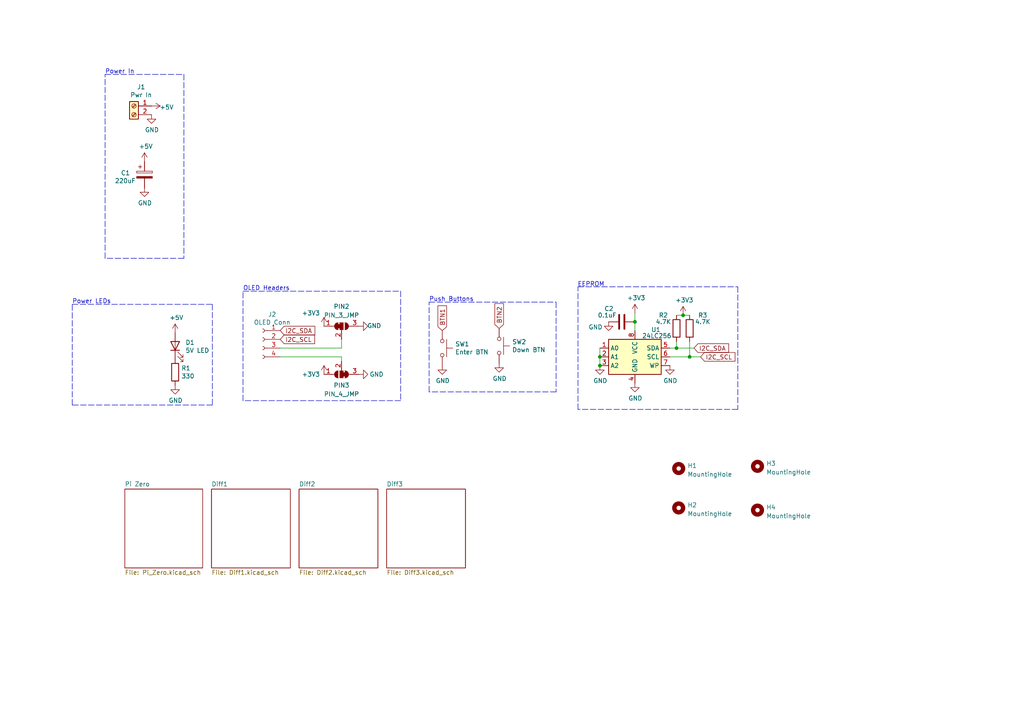
<source format=kicad_sch>
(kicad_sch (version 20211123) (generator eeschema)
  (paper "A4")
  (title_block (title "Pi Zero 24 Diff") (date "2022-08-31") (rev "v1") (company "Scott Hanson"))
  (lib_symbols
    (symbol "Connector:Conn_01x04_Female" (pin_names (offset 1.016) hide)
      (property "Reference" "J" (at 0 5.08 0))
      (property "Value" "Conn_01x04_Female" (at 0 -7.62 0))
      (symbol "Conn_01x04_Female_1_1"
        (arc (start 0 -4.572) (mid -0.508 -5.08) (end 0 -5.588) (stroke (width 0.1524)))
        (arc (start 0 -2.032) (mid -0.508 -2.54) (end 0 -3.048) (stroke (width 0.1524)))
        (polyline (pts (xy -1.27 -5.08) (xy -0.508 -5.08)) (stroke (width 0.1524)))
        (polyline (pts (xy -1.27 -2.54) (xy -0.508 -2.54)) (stroke (width 0.1524)))
        (polyline (pts (xy -1.27 0) (xy -0.508 0)) (stroke (width 0.1524)))
        (polyline (pts (xy -1.27 2.54) (xy -0.508 2.54)) (stroke (width 0.1524)))
        (arc (start 0 0.508) (mid -0.508 0) (end 0 -0.508) (stroke (width 0.1524)))
        (arc (start 0 3.048) (mid -0.508 2.54) (end 0 2.032) (stroke (width 0.1524)))
        (pin passive line (at -5.08 2.54 0) (length 3.81) (name "Pin_1") (number "1"))
        (pin passive line (at -5.08 0 0) (length 3.81) (name "Pin_2") (number "2"))
        (pin passive line (at -5.08 -2.54 0) (length 3.81) (name "Pin_3") (number "3"))
        (pin passive line (at -5.08 -5.08 0) (length 3.81) (name "Pin_4") (number "4"))
      )
    )
    (symbol "Connector:Screw_Terminal_01x02" (pin_names (offset 1.016) hide)
      (property "Reference" "J" (at 0 2.54 0))
      (property "Value" "Screw_Terminal_01x02" (at 0 -5.08 0))
      (symbol "Screw_Terminal_01x02_1_1"
        (rectangle (start -1.27 1.27) (end 1.27 -3.81) (stroke (width 0.254)) (fill (type background)))
        (circle (center 0 -2.54) (radius 0.635) (stroke (width 0.1524)))
        (polyline (pts (xy -0.5334 -2.2098) (xy 0.3302 -3.048)) (stroke (width 0.1524)))
        (polyline (pts (xy -0.5334 0.3302) (xy 0.3302 -0.508)) (stroke (width 0.1524)))
        (polyline (pts (xy -0.3556 -2.032) (xy 0.508 -2.8702)) (stroke (width 0.1524)))
        (polyline (pts (xy -0.3556 0.508) (xy 0.508 -0.3302)) (stroke (width 0.1524)))
        (circle (center 0 0) (radius 0.635) (stroke (width 0.1524)))
        (pin passive line (at -5.08 0 0) (length 3.81) (name "Pin_1") (number "1"))
        (pin passive line (at -5.08 -2.54 0) (length 3.81) (name "Pin_2") (number "2"))
      )
    )
    (symbol "Device:C" (pin_numbers hide) (pin_names (offset 0.254))
      (property "Reference" "C" (at 0.635 2.54 0))
      (property "Value" "C" (at 0.635 -2.54 0))
      (symbol "C_0_1"
        (polyline (pts (xy -2.032 -0.762) (xy 2.032 -0.762)) (stroke (width 0.508)))
        (polyline (pts (xy -2.032 0.762) (xy 2.032 0.762)) (stroke (width 0.508)))
      )
      (symbol "C_1_1"
        (pin passive line (at 0 3.81 270) (length 2.794) (name "~") (number "1"))
        (pin passive line (at 0 -3.81 90) (length 2.794) (name "~") (number "2"))
      )
    )
    (symbol "Device:C_Polarized" (pin_numbers hide) (pin_names (offset 0.254))
      (property "Reference" "C" (at 0.635 2.54 0))
      (property "Value" "C_Polarized" (at 0.635 -2.54 0))
      (symbol "C_Polarized_0_1"
        (rectangle (start -2.286 0.508) (end 2.286 1.016))
        (polyline (pts (xy -1.778 2.286) (xy -0.762 2.286)))
        (polyline (pts (xy -1.27 2.794) (xy -1.27 1.778)))
        (rectangle (start 2.286 -0.508) (end -2.286 -1.016) (fill (type outline)))
      )
      (symbol "C_Polarized_1_1"
        (pin passive line (at 0 3.81 270) (length 2.794) (name "~") (number "1"))
        (pin passive line (at 0 -3.81 90) (length 2.794) (name "~") (number "2"))
      )
    )
    (symbol "Device:LED" (pin_numbers hide) (pin_names (offset 1.016) hide)
      (property "Reference" "D" (at 0 2.54 0))
      (property "Value" "LED" (at 0 -2.54 0))
      (symbol "LED_0_1"
        (polyline (pts (xy -1.27 -1.27) (xy -1.27 1.27)) (stroke (width 0.254)))
        (polyline (pts (xy -1.27 0) (xy 1.27 0)))
        (polyline (pts (xy 1.27 -1.27) (xy 1.27 1.27) (xy -1.27 0) (xy 1.27 -1.27)) (stroke (width 0.254)))
        (polyline (pts (xy -3.048 -0.762) (xy -4.572 -2.286) (xy -3.81 -2.286) (xy -4.572 -2.286) (xy -4.572 -1.524)))
        (polyline (pts (xy -1.778 -0.762) (xy -3.302 -2.286) (xy -2.54 -2.286) (xy -3.302 -2.286) (xy -3.302 -1.524)))
      )
      (symbol "LED_1_1"
        (pin passive line (at -3.81 0 0) (length 2.54) (name "K") (number "1"))
        (pin passive line (at 3.81 0 180) (length 2.54) (name "A") (number "2"))
      )
    )
    (symbol "Device:R" (pin_numbers hide) (pin_names (offset 0))
      (property "Reference" "R" (at 2.032 0 90))
      (property "Value" "R" (at 0 0 90))
      (symbol "R_0_1"
        (rectangle (start -1.016 -2.54) (end 1.016 2.54) (stroke (width 0.254)))
      )
      (symbol "R_1_1"
        (pin passive line (at 0 3.81 270) (length 1.27) (name "~") (number "1"))
        (pin passive line (at 0 -3.81 90) (length 1.27) (name "~") (number "2"))
      )
    )
    (symbol "Jumper:SolderJumper_3_Bridged12" (pin_names (offset 0) hide)
      (property "Reference" "JP" (at -2.54 -2.54 0))
      (property "Value" "SolderJumper_3_Bridged12" (at 0 2.794 0))
      (symbol "SolderJumper_3_Bridged12_0_1"
        (rectangle (start -1.016 0.508) (end -0.508 -0.508) (fill (type outline)))
        (arc (start -1.016 1.016) (mid -2.032 0) (end -1.016 -1.016))
        (arc (start -1.016 1.016) (mid -2.032 0) (end -1.016 -1.016) (fill (type outline)))
        (rectangle (start -0.508 1.016) (end 0.508 -1.016) (fill (type outline)))
        (polyline (pts (xy -2.54 0) (xy -2.032 0)))
        (polyline (pts (xy -1.016 1.016) (xy -1.016 -1.016)))
        (polyline (pts (xy 0 -1.27) (xy 0 -1.016)))
        (polyline (pts (xy 1.016 1.016) (xy 1.016 -1.016)))
        (polyline (pts (xy 2.54 0) (xy 2.032 0)))
        (arc (start 1.016 -1.016) (mid 2.032 0) (end 1.016 1.016))
        (arc (start 1.016 -1.016) (mid 2.032 0) (end 1.016 1.016) (fill (type outline)))
      )
      (symbol "SolderJumper_3_Bridged12_1_1"
        (pin passive line (at -5.08 0 0) (length 2.54) (name "A") (number "1"))
        (pin passive line (at 0 -3.81 90) (length 2.54) (name "C") (number "2"))
        (pin passive line (at 5.08 0 180) (length 2.54) (name "B") (number "3"))
      )
    )
    (symbol "Mechanical:MountingHole" (pin_names (offset 1.016))
      (property "Reference" "H" (at 0 5.08 0))
      (property "Value" "MountingHole" (at 0 3.175 0))
      (symbol "MountingHole_0_1"
        (circle (center 0 0) (radius 1.27) (stroke (width 1.27)))
      )
    )
    (symbol "Memory_EEPROM:24LC256"
      (property "Reference" "U" (at -6.35 6.35 0))
      (property "Value" "24LC256" (at 1.27 6.35 0))
      (symbol "24LC256_1_1"
        (rectangle (start -7.62 5.08) (end 7.62 -5.08) (stroke (width 0.254)) (fill (type background)))
        (pin input line (at -10.16 2.54 0) (length 2.54) (name "A0") (number "1"))
        (pin input line (at -10.16 0 0) (length 2.54) (name "A1") (number "2"))
        (pin input line (at -10.16 -2.54 0) (length 2.54) (name "A2") (number "3"))
        (pin power_in line (at 0 -7.62 90) (length 2.54) (name "GND") (number "4"))
        (pin bidirectional line (at 10.16 2.54 180) (length 2.54) (name "SDA") (number "5"))
        (pin input line (at 10.16 0 180) (length 2.54) (name "SCL") (number "6"))
        (pin input line (at 10.16 -2.54 180) (length 2.54) (name "WP") (number "7"))
        (pin power_in line (at 0 7.62 270) (length 2.54) (name "VCC") (number "8"))
      )
    )
    (symbol "Scotts:SolderJumper_3_Bridged23" (pin_names (offset 0) hide)
      (property "Reference" "JP?" (at 0 6.35 0))
      (property "Value" "SolderJumper_3_Bridged23" (at 0 3.81 0))
      (symbol "SolderJumper_3_Bridged23_0_1"
        (arc (start -1.016 1.016) (mid -2.032 0) (end -1.016 -1.016))
        (arc (start -1.016 1.016) (mid -2.032 0) (end -1.016 -1.016) (fill (type outline)))
        (rectangle (start -0.508 1.016) (end 0.508 -1.016) (fill (type outline)))
        (polyline (pts (xy -2.54 0) (xy -2.032 0)))
        (polyline (pts (xy -1.016 1.016) (xy -1.016 -1.016)))
        (polyline (pts (xy 0 -1.27) (xy 0 -1.016)))
        (polyline (pts (xy 1.016 1.016) (xy 1.016 -1.016)))
        (polyline (pts (xy 2.54 0) (xy 2.032 0)))
        (rectangle (start 0.508 0.508) (end 1.016 -0.508) (fill (type outline)))
        (arc (start 1.016 -1.016) (mid 2.032 0) (end 1.016 1.016))
        (arc (start 1.016 -1.016) (mid 2.032 0) (end 1.016 1.016) (fill (type outline)))
      )
      (symbol "SolderJumper_3_Bridged23_1_1"
        (pin passive line (at -5.08 0 0) (length 2.54) (name "A") (number "1"))
        (pin passive line (at 0 -3.81 90) (length 2.54) (name "C") (number "2"))
        (pin passive line (at 5.08 0 180) (length 2.54) (name "B") (number "3"))
      )
    )
    (symbol "Switch:SW_Push" (pin_numbers hide) (pin_names (offset 1.016) hide)
      (property "Reference" "SW" (at 1.27 2.54 0))
      (property "Value" "SW_Push" (at 0 -1.524 0))
      (symbol "SW_Push_0_1"
        (circle (center -2.032 0) (radius 0.508))
        (polyline (pts (xy 0 1.27) (xy 0 3.048)))
        (polyline (pts (xy 2.54 1.27) (xy -2.54 1.27)))
        (circle (center 2.032 0) (radius 0.508))
        (pin passive line (at -5.08 0 0) (length 2.54) (name "1") (number "1"))
        (pin passive line (at 5.08 0 180) (length 2.54) (name "2") (number "2"))
      )
    )
    (symbol "power:+3.3V" (power) (pin_names (offset 0))
      (property "Value" "+3.3V" (at 0 3.556 0))
      (symbol "+3.3V_0_1"
        (polyline (pts (xy -0.762 1.27) (xy 0 2.54)))
        (polyline (pts (xy 0 0) (xy 0 2.54)))
        (polyline (pts (xy 0 2.54) (xy 0.762 1.27)))
      )
      (symbol "+3.3V_1_1"
        (pin power_in line (at 0 0 90) (length 0) hide (name "+3V3") (number "1"))
      )
    )
    (symbol "power:+5V" (power) (pin_names (offset 0))
      (property "Value" "+5V" (at 0 3.556 0))
      (symbol "+5V_0_1"
        (polyline (pts (xy -0.762 1.27) (xy 0 2.54)))
        (polyline (pts (xy 0 0) (xy 0 2.54)))
        (polyline (pts (xy 0 2.54) (xy 0.762 1.27)))
      )
      (symbol "+5V_1_1"
        (pin power_in line (at 0 0 90) (length 0) hide (name "+5V") (number "1"))
      )
    )
    (symbol "power:GND" (power) (pin_names (offset 0))
      (property "Value" "GND" (at 0 -3.81 0))
      (symbol "GND_0_1"
        (polyline (pts (xy 0 0) (xy 0 -1.27) (xy 1.27 -1.27) (xy 0 -2.54) (xy -1.27 -1.27) (xy 0 -1.27)))
      )
      (symbol "GND_1_1"
        (pin power_in line (at 0 0 270) (length 0) hide (name "GND") (number "1"))
      )
    )
  )
  (junction (at 198.12 91.44))
  (junction (at 196.215 100.965))
  (junction (at 173.99 103.505))
  (junction (at 200.025 103.505))
  (junction (at 184.15 93.345))
  (junction (at 173.99 106.045))
  (wire (pts (xy 203.2 103.505) (xy 200.025 103.505)))
  (wire (pts (xy 99.06 98.425) (xy 99.06 100.965)))
  (polyline (pts (xy 213.995 118.745) (xy 167.64 118.745)))
  (wire (pts (xy 196.215 99.06) (xy 196.215 100.965)))
  (polyline (pts (xy 61.595 88.265) (xy 61.595 117.475)))
  (wire (pts (xy 194.31 100.965) (xy 196.215 100.965)))
  (wire (pts (xy 200.025 91.44) (xy 198.12 91.44)))
  (polyline (pts (xy 20.955 117.475) (xy 20.955 88.265)))
  (polyline (pts (xy 61.595 117.475) (xy 20.955 117.475)))
  (polyline (pts (xy 53.34 21.59) (xy 53.34 74.93)))
  (wire (pts (xy 81.28 100.965) (xy 99.06 100.965)))
  (polyline (pts (xy 124.46 113.665) (xy 124.46 87.63)))
  (polyline (pts (xy 124.46 87.63) (xy 161.29 87.63)))
  (wire (pts (xy 196.215 100.965) (xy 201.295 100.965)))
  (polyline (pts (xy 213.995 83.185) (xy 213.995 118.745)))
  (polyline (pts (xy 70.485 84.455) (xy 116.205 84.455)))
  (polyline (pts (xy 167.64 83.185) (xy 213.995 83.185)))
  (polyline (pts (xy 20.955 88.265) (xy 61.595 88.265)))
  (polyline (pts (xy 161.29 113.665) (xy 124.46 113.665)))
  (wire (pts (xy 184.15 93.345) (xy 184.15 95.885)))
  (wire (pts (xy 200.025 99.06) (xy 200.025 103.505)))
  (polyline (pts (xy 70.485 116.205) (xy 70.485 84.455)))
  (polyline (pts (xy 30.48 21.59) (xy 53.34 21.59)))
  (polyline (pts (xy 167.64 118.745) (xy 167.64 83.185)))
  (wire (pts (xy 198.12 91.44) (xy 196.215 91.44)))
  (wire (pts (xy 173.99 100.965) (xy 173.99 103.505)))
  (wire (pts (xy 81.28 103.505) (xy 99.06 103.505)))
  (wire (pts (xy 200.025 103.505) (xy 194.31 103.505)))
  (wire (pts (xy 173.99 103.505) (xy 173.99 106.045)))
  (wire (pts (xy 99.06 103.505) (xy 99.06 104.775)))
  (wire (pts (xy 184.15 90.805) (xy 184.15 93.345)))
  (polyline (pts (xy 30.48 74.93) (xy 30.48 21.59)))
  (polyline (pts (xy 116.205 116.205) (xy 70.485 116.205)))
  (polyline (pts (xy 53.34 74.93) (xy 30.48 74.93)))
  (polyline (pts (xy 116.205 84.455) (xy 116.205 116.205)))
  (polyline (pts (xy 161.29 87.63) (xy 161.29 113.665)))
  (text "Power LEDs" (at 20.955 88.265 0) (effects (font (size 1.27 1.27)) (justify left bottom)))
  (text "Power In" (at 30.48 21.59 0) (effects (font (size 1.27 1.27)) (justify left bottom)))
  (text "OLED Headers" (at 70.485 84.455 0) (effects (font (size 1.27 1.27)) (justify left bottom)))
  (text "Push Buttons" (at 124.46 87.63 0) (effects (font (size 1.27 1.27)) (justify left bottom)))
  (text "EEPROM" (at 167.513 83.312 0) (effects (font (size 1.27 1.27)) (justify left bottom)))
  (global_label "I2C_SCL" (shape input) (at 81.28 98.425 0) (property "Intersheet References" "${INTERSHEET_REFS}" (effects hide)))
  (global_label "BTN1" (shape input) (at 128.27 95.885 90) (property "Intersheet References" "${INTERSHEET_REFS}" (effects hide)))
  (global_label "BTN2" (shape input) (at 144.78 95.25 90) (property "Intersheet References" "${INTERSHEET_REFS}" (effects hide)))
  (global_label "I2C_SDA" (shape input) (at 201.295 100.965 0) (property "Intersheet References" "${INTERSHEET_REFS}" (effects hide)))
  (global_label "I2C_SCL" (shape input) (at 203.2 103.505 0) (property "Intersheet References" "${INTERSHEET_REFS}" (effects hide)))
  (global_label "I2C_SDA" (shape input) (at 81.28 95.885 0) (property "Intersheet References" "${INTERSHEET_REFS}" (effects hide)))
  (symbol (lib_id "Device:C_Polarized") (at 41.91 50.673 0) (unit 1)
    (property "Reference" "C1" (at 35.052 50.165 0) (effects (justify left)))
    (property "Value" "220uF" (at 33.274 52.451 0) (effects (justify left)))
    (property "Footprint" "Capacitor_THT:CP_Radial_D10.0mm_P5.00mm" (effects hide))
    (property "Digi-Key_PN" "P5183-ND" (effects hide))
    (property "MPN" "ECA-1HM221" (effects hide))
    (property "LCSC" "C338228" (effects hide))
  )
  (symbol (lib_id "power:GND") (at 41.91 54.483 0) (unit 1)
    (property "Reference" "#PWR015" (effects hide))
    (property "Value" "GND" (at 42.037 58.8772 0))
  )
  (symbol (lib_id "power:+5V") (at 41.91 46.863 0) (unit 1)
    (property "Reference" "#PWR021" (effects hide))
    (property "Value" "+5V" (at 42.291 42.4688 0))
  )
  (symbol (lib_id "Connector:Conn_01x04_Female") (at 76.2 98.425 0) (mirror y) (unit 1)
    (property "Reference" "J2" (at 78.9432 91.186 0))
    (property "Value" "OLED Conn" (at 78.9432 93.4974 0))
    (property "Footprint" "Connector_PinSocket_2.54mm:PinSocket_1x04_P2.54mm_Vertical" (effects hide))
    (property "Digi-Key_PN" "S7002-ND" (effects hide))
    (property "MPN" "PPTC041LFBN-RC" (effects hide))
    (property "LCSC" "C225501" (effects hide))
  )
  (symbol (lib_id "power:+3.3V") (at 93.98 94.615 0) (unit 1)
    (property "Reference" "#PWR05" (effects hide))
    (property "Value" "+3.3V" (at 90.17 90.805 0))
  )
  (symbol (lib_id "Connector:Screw_Terminal_01x02") (at 38.862 30.734 0) (mirror y) (unit 1)
    (property "Reference" "J1" (at 40.9448 25.2222 0))
    (property "Value" "Pwr In" (at 40.9448 27.5336 0))
    (property "Footprint" "MKDS1_2-3.81:PHOENIX_MKDS1_2-3.81" (effects hide))
    (property "Digi-Key_PN" "277-1947-ND" (effects hide))
    (property "MPN" "1727010" (effects hide))
    (property "LCSC" "C69811" (effects hide))
  )
  (symbol (lib_id "power:GND") (at 43.942 33.274 0) (unit 1)
    (property "Reference" "#PWR02" (effects hide))
    (property "Value" "GND" (at 44.069 37.6682 0))
  )
  (symbol (lib_id "Device:R") (at 50.8 107.95 180) (unit 1)
    (property "Reference" "R1" (at 52.578 106.7816 0) (effects (justify right)))
    (property "Value" "330" (at 52.578 109.093 0) (effects (justify right)))
    (property "Footprint" "Resistor_SMD:R_0603_1608Metric_Pad0.98x0.95mm_HandSolder" (effects hide))
    (property "LCSC" "C23138" (effects hide))
  )
  (symbol (lib_id "Device:LED") (at 50.8 100.33 90) (unit 1)
    (property "Reference" "D1" (at 53.7718 99.3394 90) (effects (justify right)))
    (property "Value" "5V LED" (at 53.7718 101.6508 90) (effects (justify right)))
    (property "Footprint" "LED_SMD:LED_0603_1608Metric_Pad1.05x0.95mm_HandSolder" (effects hide))
    (property "Digi-Key_PN" "160-1436-2-ND" (effects hide))
    (property "MPN" "LTST-C190KRKT" (effects hide))
    (property "LCSC" "C2286" (effects hide))
  )
  (symbol (lib_id "power:+5V") (at 50.8 96.52 0) (unit 1)
    (property "Reference" "#PWR03" (effects hide))
    (property "Value" "+5V" (at 51.181 92.1258 0))
  )
  (symbol (lib_id "power:GND") (at 50.8 111.76 0) (unit 1)
    (property "Reference" "#PWR04" (effects hide))
    (property "Value" "GND" (at 50.927 116.1542 0))
  )
  (symbol (lib_id "Memory_EEPROM:24LC256") (at 184.15 103.505 0) (unit 1)
    (property "Reference" "U1" (at 190.246 95.631 0))
    (property "Value" "24LC256" (at 190.5 97.409 0))
    (property "Footprint" "Package_SO:SOIC-8_3.9x4.9mm_P1.27mm" (effects hide))
    (property "Datasheet" "http://ww1.microchip.com/downloads/en/devicedoc/21203m.pdf" (effects hide))
    (property "Digi-Key_PN" "24LC256T-I/SNCT-ND" (effects hide))
    (property "MPN" "24LC256T-I/SN" (effects hide))
    (property "LCSC" "C6482" (effects hide))
  )
  (symbol (lib_id "power:GND") (at 173.99 106.045 0) (unit 1)
    (property "Reference" "#PWR017" (effects hide))
    (property "Value" "GND" (at 174.117 110.4392 0))
  )
  (symbol (lib_id "power:GND") (at 184.15 111.125 0) (unit 1)
    (property "Reference" "#PWR020" (effects hide))
    (property "Value" "GND" (at 184.277 115.5192 0))
  )
  (symbol (lib_id "power:GND") (at 194.31 106.045 0) (unit 1)
    (property "Reference" "#PWR023" (effects hide))
    (property "Value" "GND" (at 194.437 110.4392 0))
  )
  (symbol (lib_id "power:+3.3V") (at 184.15 90.805 0) (unit 1)
    (property "Reference" "#PWR019" (effects hide))
    (property "Value" "+3.3V" (at 184.531 86.4108 0))
  )
  (symbol (lib_id "Device:R") (at 196.215 95.25 180) (unit 1)
    (property "Reference" "R2" (at 192.405 91.44 0))
    (property "Value" "4.7K" (at 192.405 93.345 0))
    (property "Footprint" "Resistor_SMD:R_0603_1608Metric_Pad0.98x0.95mm_HandSolder" (effects hide))
    (property "Digi-Key_PN" "311-4.7KGRCT-ND" (effects hide))
    (property "MPN" "RC0603JR-074K7L" (effects hide))
    (property "LCSC" "C23162" (effects hide))
  )
  (symbol (lib_id "Device:R") (at 200.025 95.25 180) (unit 1)
    (property "Reference" "R3" (at 203.835 91.44 0))
    (property "Value" "4.7K" (at 203.835 93.345 0))
    (property "Footprint" "Resistor_SMD:R_0603_1608Metric_Pad0.98x0.95mm_HandSolder" (effects hide))
    (property "Digi-Key_PN" "311-4.7KGRCT-ND" (effects hide))
    (property "MPN" "RC0603JR-074K7L" (effects hide))
    (property "LCSC" "C23162" (effects hide))
  )
  (symbol (lib_id "power:+3.3V") (at 198.12 91.44 0) (unit 1)
    (property "Reference" "#PWR024" (effects hide))
    (property "Value" "+3.3V" (at 198.501 87.0458 0))
  )
  (symbol (lib_id "Device:C") (at 180.34 93.345 270) (unit 1)
    (property "Reference" "C2" (at 175.26 89.535 90) (effects (justify left)))
    (property "Value" "0.1uF" (at 173.355 91.44 90) (effects (justify left)))
    (property "Footprint" "Capacitor_SMD:C_0603_1608Metric_Pad1.08x0.95mm_HandSolder" (effects hide))
    (property "Digi-Key_PN" "1276-1935-2-ND" (effects hide))
    (property "MPN" "CL10B104KB8NNWC" (effects hide))
    (property "LCSC" "C14663" (effects hide))
  )
  (symbol (lib_id "power:GND") (at 176.53 93.345 0) (unit 1)
    (property "Reference" "#PWR018" (effects hide))
    (property "Value" "GND" (at 172.72 94.869 0))
  )
  (symbol (lib_id "Switch:SW_Push") (at 128.27 100.965 270) (unit 1)
    (property "Reference" "SW1" (at 132.0292 99.7966 90) (effects (justify left)))
    (property "Value" "Enter BTN" (at 132.0292 102.108 90) (effects (justify left)))
    (property "Footprint" "Button_Switch_SMD:SW_Push_1P1T_NO_6x6mm_H9.5mm" (effects hide))
    (property "Digi-Key_PN" "CKN9088CT-ND" (effects hide))
    (property "MPN" "PTS645SL50SMTR92 LFS" (effects hide))
    (property "LCSC" "C127509" (effects hide))
  )
  (symbol (lib_id "Switch:SW_Push") (at 144.78 100.33 270) (unit 1)
    (property "Reference" "SW2" (at 148.5392 99.1616 90) (effects (justify left)))
    (property "Value" "Down BTN" (at 148.5392 101.473 90) (effects (justify left)))
    (property "Footprint" "Button_Switch_SMD:SW_Push_1P1T_NO_6x6mm_H9.5mm" (effects hide))
    (property "Digi-Key_PN" "CKN9088CT-ND" (effects hide))
    (property "MPN" "PTS645SL50SMTR92 LFS" (effects hide))
    (property "LCSC" "C127509" (effects hide))
  )
  (symbol (lib_id "power:GND") (at 144.78 105.41 0) (unit 1)
    (property "Reference" "#PWR013" (effects hide))
    (property "Value" "GND" (at 144.907 109.8042 0))
  )
  (symbol (lib_id "power:GND") (at 128.27 106.045 0) (unit 1)
    (property "Reference" "#PWR010" (effects hide))
    (property "Value" "GND" (at 128.397 110.4392 0))
  )
  (symbol (lib_id "Mechanical:MountingHole") (at 219.71 135.255 0) (unit 1) (in_bom no)
    (property "Reference" "H3" (at 222.25 134.4203 0) (effects (justify left)))
    (property "Value" "MountingHole" (at 222.25 136.9572 0) (effects (justify left)))
    (property "Footprint" "Scotts:MountingHole_3.7mm" (effects hide))
  )
  (symbol (lib_id "power:+3.3V") (at 93.98 108.585 0) (unit 1)
    (property "Reference" "#PWR06" (effects hide))
    (property "Value" "+3.3V" (at 90.17 108.585 0))
  )
  (symbol (lib_id "Scotts:SolderJumper_3_Bridged23") (at 99.06 108.585 0) (mirror x) (unit 1)
    (property "Reference" "PIN3" (at 99.06 111.76 0))
    (property "Value" "PIN_4_JMP" (at 99.06 114.3 0))
    (property "Footprint" "Scotts:SolderJumper-3_P1mm_Bridged23" (effects hide))
  )
  (symbol (lib_id "Mechanical:MountingHole") (at 196.85 135.89 0) (unit 1) (in_bom no)
    (property "Reference" "H1" (at 199.39 135.0553 0) (effects (justify left)))
    (property "Value" "MountingHole" (at 199.39 137.5922 0) (effects (justify left)))
    (property "Footprint" "Scotts:MountingHole_3.7mm" (effects hide))
  )
  (symbol (lib_id "Jumper:SolderJumper_3_Bridged12") (at 99.06 94.615 0) (unit 1)
    (property "Reference" "PIN2" (at 99.06 88.9 0))
    (property "Value" "PIN_3_JMP" (at 99.06 91.44 0))
    (property "Footprint" "Scotts:SolderJumper-3_P1mm_Bridged12" (effects hide))
  )
  (symbol (lib_id "power:GND") (at 104.14 94.615 90) (unit 1)
    (property "Reference" "#PWR07" (effects hide))
    (property "Value" "GND" (at 108.5342 94.488 90))
  )
  (symbol (lib_id "power:GND") (at 104.14 108.585 90) (unit 1)
    (property "Reference" "#PWR08" (effects hide))
    (property "Value" "GND" (at 109.22 108.585 90))
  )
  (symbol (lib_id "Mechanical:MountingHole") (at 219.71 147.955 0) (unit 1) (in_bom no)
    (property "Reference" "H4" (at 222.25 147.1203 0) (effects (justify left)))
    (property "Value" "MountingHole" (at 222.25 149.6572 0) (effects (justify left)))
    (property "Footprint" "Scotts:MountingHole_3.7mm" (effects hide))
  )
  (symbol (lib_id "Mechanical:MountingHole") (at 196.85 147.32 0) (unit 1) (in_bom no)
    (property "Reference" "H2" (at 199.39 146.4853 0) (effects (justify left)))
    (property "Value" "MountingHole" (at 199.39 149.0222 0) (effects (justify left)))
    (property "Footprint" "Scotts:MountingHole_3.7mm" (effects hide))
  )
  (symbol (lib_id "power:+5V") (at 43.942 30.734 270) (unit 1)
    (property "Reference" "#PWR0101" (effects hide))
    (property "Value" "+5V" (at 48.3362 31.115 90))
  )
  (sheet (at 36.195 141.859) (size 22.606 22.86)
    (property "Sheet name" "Pi Zero" (at 36.195 141.1474 0) (effects (justify left bottom)))
    (property "Sheet file" "Pi_Zero.kicad_sch" (at 36.195 165.3036 0) (effects (justify left top)))
  )
  (sheet (at 61.341 141.859) (size 22.86 22.86)
    (property "Sheet name" "Diff1" (at 61.341 141.1474 0) (effects (justify left bottom)))
    (property "Sheet file" "Diff1.kicad_sch" (at 61.341 165.3036 0) (effects (justify left top)))
  )
  (sheet (at 86.741 141.859) (size 22.86 22.86)
    (property "Sheet name" "Diff2" (at 86.741 141.1474 0) (effects (justify left bottom)))
    (property "Sheet file" "Diff2.kicad_sch" (at 86.741 165.3036 0) (effects (justify left top)))
  )
  (sheet (at 112.141 141.859) (size 22.86 22.86)
    (property "Sheet name" "Diff3" (at 112.141 141.1474 0) (effects (justify left bottom)))
    (property "Sheet file" "Diff3.kicad_sch" (at 112.141 165.3036 0) (effects (justify left top)))
  )
)
</source>
